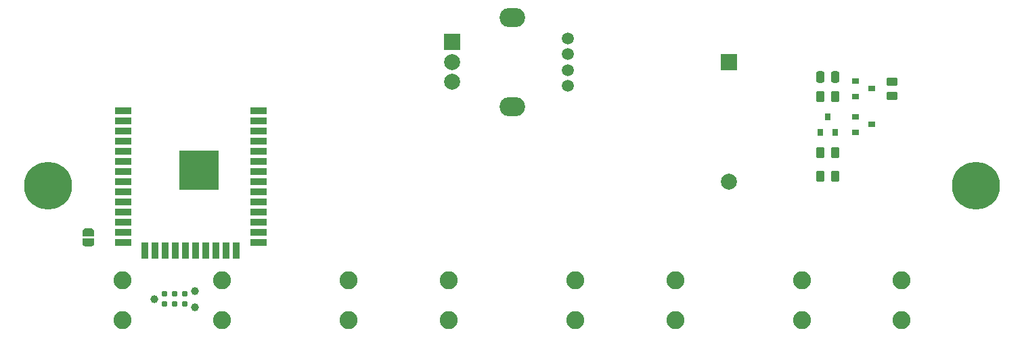
<source format=gbr>
%TF.GenerationSoftware,KiCad,Pcbnew,(5.99.0-6632-gb710573c5)*%
%TF.CreationDate,2020-12-08T22:19:28-05:00*%
%TF.ProjectId,zoom_pad,7a6f6f6d-5f70-4616-942e-6b696361645f,rev?*%
%TF.SameCoordinates,Original*%
%TF.FileFunction,Soldermask,Bot*%
%TF.FilePolarity,Negative*%
%FSLAX46Y46*%
G04 Gerber Fmt 4.6, Leading zero omitted, Abs format (unit mm)*
G04 Created by KiCad (PCBNEW (5.99.0-6632-gb710573c5)) date 2020-12-08 22:19:28*
%MOMM*%
%LPD*%
G01*
G04 APERTURE LIST*
G04 Aperture macros list*
%AMRoundRect*
0 Rectangle with rounded corners*
0 $1 Rounding radius*
0 $2 $3 $4 $5 $6 $7 $8 $9 X,Y pos of 4 corners*
0 Add a 4 corners polygon primitive as box body*
4,1,4,$2,$3,$4,$5,$6,$7,$8,$9,$2,$3,0*
0 Add four circle primitives for the rounded corners*
1,1,$1+$1,$2,$3,0*
1,1,$1+$1,$4,$5,0*
1,1,$1+$1,$6,$7,0*
1,1,$1+$1,$8,$9,0*
0 Add four rect primitives between the rounded corners*
20,1,$1+$1,$2,$3,$4,$5,0*
20,1,$1+$1,$4,$5,$6,$7,0*
20,1,$1+$1,$6,$7,$8,$9,0*
20,1,$1+$1,$8,$9,$2,$3,0*%
G04 Aperture macros list end*
%ADD10C,2.250000*%
%ADD11RoundRect,0.250000X-0.450000X0.262500X-0.450000X-0.262500X0.450000X-0.262500X0.450000X0.262500X0*%
%ADD12C,2.000000*%
%ADD13R,2.000000X2.000000*%
%ADD14R,2.000000X0.900000*%
%ADD15R,0.900000X2.000000*%
%ADD16R,5.000000X5.000000*%
%ADD17C,1.500000*%
%ADD18O,3.200000X2.400000*%
%ADD19RoundRect,0.250000X-0.262500X-0.450000X0.262500X-0.450000X0.262500X0.450000X-0.262500X0.450000X0*%
%ADD20RoundRect,0.250000X0.262500X0.450000X-0.262500X0.450000X-0.262500X-0.450000X0.262500X-0.450000X0*%
%ADD21R,0.800000X0.900000*%
%ADD22R,0.900000X0.800000*%
%ADD23C,0.787400*%
%ADD24C,0.990600*%
%ADD25C,6.000000*%
%ADD26RoundRect,0.250000X-0.250000X-0.475000X0.250000X-0.475000X0.250000X0.475000X-0.250000X0.475000X0*%
G04 APERTURE END LIST*
D10*
%TO.C,S2*%
X115083333Y-122500000D03*
X102583333Y-122500000D03*
X115083333Y-117500000D03*
X102583333Y-117500000D03*
%TD*%
D11*
%TO.C,R2*%
X170500000Y-94412500D03*
X170500000Y-92587500D03*
%TD*%
D12*
%TO.C,BT1*%
X150165000Y-105160000D03*
D13*
X150165000Y-90170000D03*
%TD*%
D14*
%TO.C,U1*%
X74320000Y-96245000D03*
X74320000Y-97515000D03*
X74320000Y-98785000D03*
X74320000Y-100055000D03*
X74320000Y-101325000D03*
X74320000Y-102595000D03*
X74320000Y-103865000D03*
X74320000Y-105135000D03*
X74320000Y-106405000D03*
X74320000Y-107675000D03*
X74320000Y-108945000D03*
X74320000Y-110215000D03*
X74320000Y-111485000D03*
X74320000Y-112755000D03*
D15*
X77105000Y-113755000D03*
X78375000Y-113755000D03*
X79645000Y-113755000D03*
X80915000Y-113755000D03*
X82185000Y-113755000D03*
X83455000Y-113755000D03*
X84725000Y-113755000D03*
X85995000Y-113755000D03*
X87265000Y-113755000D03*
X88535000Y-113755000D03*
D14*
X91320000Y-112755000D03*
X91320000Y-111485000D03*
X91320000Y-110215000D03*
X91320000Y-108945000D03*
X91320000Y-107675000D03*
X91320000Y-106405000D03*
X91320000Y-105135000D03*
X91320000Y-103865000D03*
X91320000Y-102595000D03*
X91320000Y-101325000D03*
X91320000Y-100055000D03*
X91320000Y-98785000D03*
X91320000Y-97515000D03*
X91320000Y-96245000D03*
D16*
X83820000Y-103745000D03*
%TD*%
D17*
%TO.C,SW1*%
X130000000Y-87170000D03*
X130000000Y-89170000D03*
X130000000Y-91170000D03*
X130000000Y-93170000D03*
D18*
X123000000Y-84570000D03*
X123000000Y-95770000D03*
D12*
X115500000Y-90170000D03*
X115500000Y-92670000D03*
D13*
X115500000Y-87670000D03*
%TD*%
D10*
%TO.C,S4*%
X171750000Y-122500000D03*
X159250000Y-122500000D03*
X171750000Y-117500000D03*
X159250000Y-117500000D03*
%TD*%
%TO.C,S3*%
X143416666Y-122500000D03*
X130916666Y-122500000D03*
X143416666Y-117500000D03*
X130916666Y-117500000D03*
%TD*%
%TO.C,S1*%
X86750000Y-122500000D03*
X74250000Y-122500000D03*
X86750000Y-117500000D03*
X74250000Y-117500000D03*
%TD*%
D19*
%TO.C,R4*%
X163412500Y-101500000D03*
X161587500Y-101500000D03*
%TD*%
%TO.C,R3*%
X163412500Y-104500000D03*
X161587500Y-104500000D03*
%TD*%
D20*
%TO.C,R1*%
X161587500Y-94500000D03*
X163412500Y-94500000D03*
%TD*%
D21*
%TO.C,Q2*%
X162500000Y-97000000D03*
X161550000Y-99000000D03*
X163450000Y-99000000D03*
%TD*%
D22*
%TO.C,Q1*%
X168000000Y-93500000D03*
X166000000Y-92550000D03*
X166000000Y-94450000D03*
%TD*%
%TO.C,JP1*%
G36*
X70744959Y-112800000D02*
G01*
X70744508Y-112873905D01*
X70703889Y-113009726D01*
X70626781Y-113128688D01*
X70519384Y-113221226D01*
X70390332Y-113279903D01*
X70249999Y-113300000D01*
X69750000Y-113299999D01*
X69737784Y-113299850D01*
X69597983Y-113276330D01*
X69470404Y-113214518D01*
X69365300Y-113119383D01*
X69291123Y-112998573D01*
X69253834Y-112861800D01*
X69254967Y-112800000D01*
X69250000Y-112800000D01*
X69250001Y-112300000D01*
X70750000Y-112300001D01*
X70750000Y-112800000D01*
X70744959Y-112800000D01*
G37*
G36*
X69250000Y-111999999D02*
G01*
X69250000Y-111500000D01*
X69254967Y-111500000D01*
X69256432Y-111420059D01*
X69298707Y-111284744D01*
X69377263Y-111166734D01*
X69485782Y-111075514D01*
X69615541Y-111018419D01*
X69750001Y-111000836D01*
X69750001Y-111000000D01*
X70250000Y-111000001D01*
X70250000Y-111000837D01*
X70256109Y-111000038D01*
X70396186Y-111021849D01*
X70524511Y-111082097D01*
X70630769Y-111175941D01*
X70706417Y-111295836D01*
X70745374Y-111432143D01*
X70744959Y-111500000D01*
X70750000Y-111500000D01*
X70749999Y-112000000D01*
X69250000Y-111999999D01*
G37*
%TD*%
D23*
%TO.C,J2*%
X82042000Y-120523000D03*
X82042000Y-119253000D03*
X80772000Y-120523000D03*
X80772000Y-119253000D03*
X79502000Y-120523000D03*
X79502000Y-119253000D03*
D24*
X78232000Y-119888000D03*
X83312000Y-118872000D03*
X83312000Y-120904000D03*
%TD*%
D25*
%TO.C,H4*%
X65000000Y-105664000D03*
%TD*%
%TO.C,H3*%
X181000000Y-105664000D03*
%TD*%
D22*
%TO.C,D1*%
X168000000Y-98000000D03*
X166000000Y-97050000D03*
X166000000Y-98950000D03*
%TD*%
D26*
%TO.C,C1*%
X163450000Y-92000000D03*
X161550000Y-92000000D03*
%TD*%
M02*

</source>
